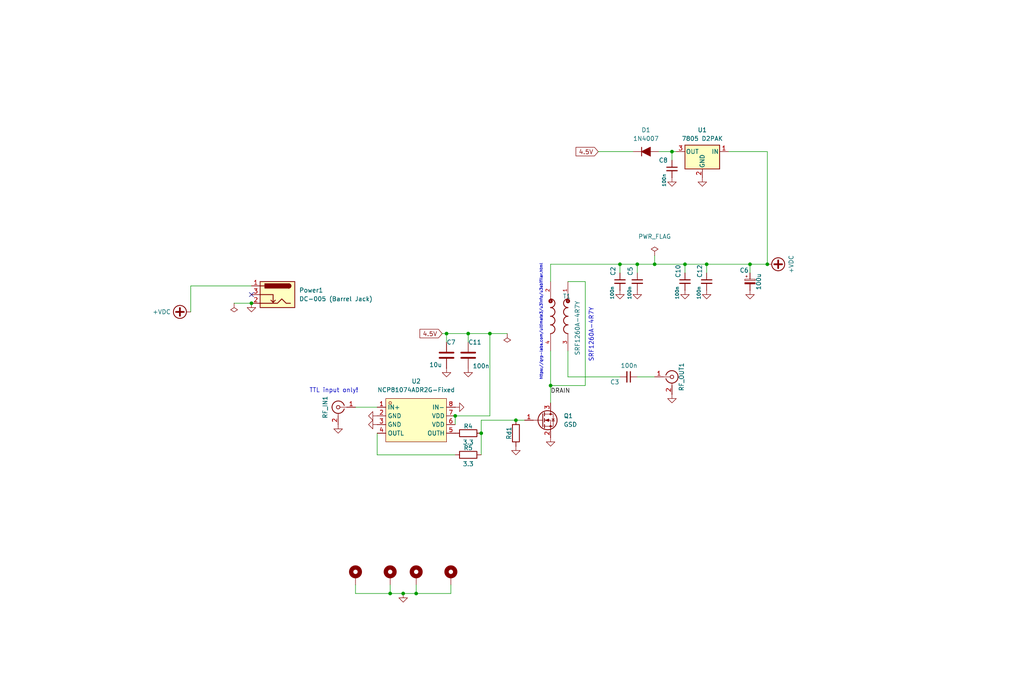
<source format=kicad_sch>
(kicad_sch (version 20250114) (generator "eeschema") (generator_version "9.0")
  (paper "User" 299.999 200)
  (title_block (title "GSD Single-Ended Hack Amp (SMD)") (date "2025-04-01") (rev "v3.01") (company "Author: Dhiru Kholia (VU3CER), Rafał Rozestwiński, Brad (K1TE)"))
  (lib_symbols
    (symbol "Conn_Coaxial_1" (pin_names (offset 1.016) (hide yes))
      (property "Reference" "J" (at 0.254 3.048 0))
      (property "Value" "Conn_Coaxial" (at 2.921 0 90))
      (symbol "Conn_Coaxial_1_0_1"
        (polyline (pts (xy -2.54 0) (xy -0.508 0)))
        (arc (start 1.778 0) (mid 0.222 -1.8079) (end -1.778 -0.508) (stroke (width 0.254)))
        (arc (start -1.778 0.508) (mid 0.2221 1.8084) (end 1.778 0) (stroke (width 0.254)))
        (circle (center 0 0) (radius 0.508) (stroke (width 0.2032)))
        (polyline (pts (xy 0 -2.54) (xy 0 -1.778)))
      )
      (symbol "Conn_Coaxial_1_1_1"
        (pin passive line (at -5.08 0 0) (length 2.54) (name "In") (number "1"))
        (pin passive line (at 0 -5.08 90) (length 2.54) (name "Ext") (number "2"))
      )
    )
    (symbol "Connector:Barrel_Jack_Switch" (pin_names (hide yes))
      (property "Reference" "J" (at 0 5.334 0))
      (property "Value" "Barrel_Jack_Switch" (at 0 -5.08 0))
      (symbol "Barrel_Jack_Switch_0_1"
        (rectangle (start -5.08 3.81) (end 5.08 -3.81) (stroke (width 0.254)) (fill (type background)))
        (polyline (pts (xy -3.81 -2.54) (xy -2.54 -2.54) (xy -1.27 -1.27) (xy 0 -2.54) (xy 2.54 -2.54) (xy 5.08 -2.54)) (stroke (width 0.254)))
        (arc (start -3.302 1.905) (mid -3.9343 2.54) (end -3.302 3.175) (stroke (width 0.254)))
        (arc (start -3.302 1.905) (mid -3.9343 2.54) (end -3.302 3.175) (stroke (width 0.254)) (fill (type outline)))
        (polyline (pts (xy 1.27 -2.286) (xy 1.905 -1.651)) (stroke (width 0.254)))
        (rectangle (start 3.683 3.175) (end -3.302 1.905) (stroke (width 0.254)) (fill (type outline)))
        (polyline (pts (xy 5.08 2.54) (xy 3.81 2.54)) (stroke (width 0.254)))
        (polyline (pts (xy 5.08 0) (xy 1.27 0) (xy 1.27 -2.286) (xy 0.635 -1.651)) (stroke (width 0.254)))
      )
      (symbol "Barrel_Jack_Switch_1_1"
        (pin passive line (at 7.62 2.54 180) (length 2.54) (name "~") (number "1"))
        (pin passive line (at 7.62 0 180) (length 2.54) (name "~") (number "3"))
        (pin passive line (at 7.62 -2.54 180) (length 2.54) (name "~") (number "2"))
      )
    )
    (symbol "Connector:Conn_Coaxial" (pin_names (offset 1.016) (hide yes))
      (property "Reference" "J" (at 0.254 3.048 0))
      (property "Value" "Conn_Coaxial" (at 2.921 0 90))
      (symbol "Conn_Coaxial_0_1"
        (polyline (pts (xy -2.54 0) (xy -0.508 0)))
        (arc (start 1.778 0) (mid 0.222 -1.8079) (end -1.778 -0.508) (stroke (width 0.254)))
        (arc (start -1.778 0.508) (mid 0.2221 1.8084) (end 1.778 0) (stroke (width 0.254)))
        (circle (center 0 0) (radius 0.508) (stroke (width 0.2032)))
        (polyline (pts (xy 0 -2.54) (xy 0 -1.778)))
      )
      (symbol "Conn_Coaxial_1_1"
        (pin passive line (at -5.08 0 0) (length 2.54) (name "In") (number "1"))
        (pin passive line (at 0 -5.08 90) (length 2.54) (name "Ext") (number "2"))
      )
    )
    (symbol "Device:C" (pin_numbers (hide yes)) (pin_names (offset 0.254))
      (property "Reference" "C" (at 0.635 2.54 0))
      (property "Value" "C" (at 0.635 -2.54 0))
      (symbol "C_0_1"
        (polyline (pts (xy -2.032 0.762) (xy 2.032 0.762)) (stroke (width 0.508)))
        (polyline (pts (xy -2.032 -0.762) (xy 2.032 -0.762)) (stroke (width 0.508)))
      )
      (symbol "C_1_1"
        (pin passive line (at 0 3.81 270) (length 2.794) (name "~") (number "1"))
        (pin passive line (at 0 -3.81 90) (length 2.794) (name "~") (number "2"))
      )
    )
    (symbol "Device:C_Polarized_Small" (pin_numbers (hide yes)) (pin_names (offset 0.254) (hide yes))
      (property "Reference" "C" (at 0.254 1.778 0))
      (property "Value" "C_Polarized_Small" (at 0.254 -2.032 0))
      (symbol "C_Polarized_Small_0_1"
        (rectangle (start -1.524 0.6858) (end 1.524 0.3048))
        (rectangle (start -1.524 -0.3048) (end 1.524 -0.6858) (fill (type outline)))
        (polyline (pts (xy -1.27 1.524) (xy -0.762 1.524)))
        (polyline (pts (xy -1.016 1.27) (xy -1.016 1.778)))
      )
      (symbol "C_Polarized_Small_1_1"
        (pin passive line (at 0 2.54 270) (length 1.8542) (name "~") (number "1"))
        (pin passive line (at 0 -2.54 90) (length 1.8542) (name "~") (number "2"))
      )
    )
    (symbol "Device:C_Small" (pin_numbers (hide yes)) (pin_names (offset 0.254) (hide yes))
      (property "Reference" "C" (at 0.254 1.778 0))
      (property "Value" "C_Small" (at 0.254 -2.032 0))
      (symbol "C_Small_0_1"
        (polyline (pts (xy -1.524 0.508) (xy 1.524 0.508)) (stroke (width 0.3048)))
        (polyline (pts (xy -1.524 -0.508) (xy 1.524 -0.508)) (stroke (width 0.3302)))
      )
      (symbol "C_Small_1_1"
        (pin passive line (at 0 2.54 270) (length 2.032) (name "~") (number "1"))
        (pin passive line (at 0 -2.54 90) (length 2.032) (name "~") (number "2"))
      )
    )
    (symbol "Device:R" (pin_numbers (hide yes)) (pin_names (offset 0))
      (property "Reference" "R" (at 2.032 0 90))
      (property "Value" "R" (at 0 0 90))
      (symbol "R_0_1"
        (rectangle (start -1.016 -2.54) (end 1.016 2.54) (stroke (width 0.254)))
      )
      (symbol "R_1_1"
        (pin passive line (at 0 3.81 270) (length 1.27) (name "~") (number "1"))
        (pin passive line (at 0 -3.81 90) (length 1.27) (name "~") (number "2"))
      )
    )
    (symbol "Mechanical:MountingHole_Pad" (pin_numbers (hide yes)) (pin_names (offset 1.016) (hide yes))
      (property "Reference" "H" (at 0 6.35 0))
      (property "Value" "MountingHole_Pad" (at 0 4.445 0))
      (symbol "MountingHole_Pad_0_1"
        (circle (center 0 1.27) (radius 1.27) (stroke (width 1.27)))
      )
      (symbol "MountingHole_Pad_1_1"
        (pin input line (at 0 -2.54 90) (length 2.54) (name "1") (number "1"))
      )
    )
    (symbol "PCM_Diode_AKL:1N4007" (pin_numbers (hide yes)) (pin_names (offset 1.016) (hide yes))
      (property "Reference" "D" (at 0 5.08 0))
      (property "Value" "1N4007" (at 0 2.54 0))
      (symbol "1N4007_0_1"
        (polyline (pts (xy -1.27 1.27) (xy -1.27 -1.27) (xy 1.27 0) (xy -1.27 1.27)) (stroke (width 0.254)) (fill (type outline)))
        (polyline (pts (xy -1.27 0) (xy 1.27 0)))
        (polyline (pts (xy 1.27 1.27) (xy 1.27 -1.27)) (stroke (width 0.254)))
      )
      (symbol "1N4007_0_2"
        (polyline (pts (xy -2.54 -2.54) (xy 2.54 2.54)))
        (polyline (pts (xy -0.889 -0.889) (xy -1.778 0) (xy 0.889 0.889) (xy 0 -1.778) (xy -0.889 -0.889)) (stroke (width 0.254)) (fill (type outline)))
        (polyline (pts (xy 0 1.778) (xy 1.778 0)) (stroke (width 0.254)))
      )
      (symbol "1N4007_1_1"
        (pin passive line (at -3.81 0 0) (length 2.54) (name "A") (number "2"))
        (pin passive line (at 3.81 0 180) (length 2.54) (name "K") (number "1"))
      )
      (symbol "1N4007_1_2"
        (pin passive line (at -2.54 -2.54 0) (length 0) (name "A") (number "2"))
        (pin passive line (at 2.54 2.54 180) (length 0) (name "K") (number "1"))
      )
    )
    (symbol "Regulator_Linear:L7812" (pin_names (offset 0.254))
      (property "Reference" "U" (at -3.81 3.175 0))
      (property "Value" "L7812" (at 0 3.175 0))
      (symbol "L7812_0_1"
        (rectangle (start -5.08 1.905) (end 5.08 -5.08) (stroke (width 0.254)) (fill (type background)))
      )
      (symbol "L7812_1_1"
        (pin power_in line (at -7.62 0 0) (length 2.54) (name "IN") (number "1"))
        (pin power_in line (at 0 -7.62 90) (length 2.54) (name "GND") (number "2"))
        (pin power_out line (at 7.62 0 180) (length 2.54) (name "OUT") (number "3"))
      )
    )
    (symbol "SRF1260A-4R7Y:SRF1260A-4R7Y" (pin_names (offset 1.016))
      (property "Reference" "L" (at -7.631 5.0873 0))
      (property "Value" "SRF1260A-4R7Y" (at -7.6349 -7.6349 0))
      (symbol "SRF1260A-4R7Y_0_0"
        (circle (center -4.445 2.54) (radius 0.127) (stroke (width 0.508)))
        (circle (center -4.445 -2.54) (radius 0.127) (stroke (width 0.508)))
        (arc (start -2.54 2.54) (mid -3.81 1.2755) (end -5.08 2.54) (stroke (width 0.254)))
        (arc (start -5.08 -2.54) (mid -3.81 -1.2755) (end -2.54 -2.54) (stroke (width 0.254)))
        (arc (start 0 2.54) (mid -1.27 1.2755) (end -2.54 2.54) (stroke (width 0.254)))
        (arc (start -2.54 -2.54) (mid -1.27 -1.2755) (end 0 -2.54) (stroke (width 0.254)))
        (arc (start 2.54 2.54) (mid 1.27 1.2755) (end 0 2.54) (stroke (width 0.254)))
        (arc (start 0 -2.54) (mid 1.27 -1.2755) (end 2.54 -2.54) (stroke (width 0.254)))
        (arc (start 5.08 2.54) (mid 3.81 1.2755) (end 2.54 2.54) (stroke (width 0.254)))
        (arc (start 2.54 -2.54) (mid 3.81 -1.2755) (end 5.08 -2.54) (stroke (width 0.254)))
        (pin passive line (at -10.16 2.54 0) (length 5.08) (name "~") (number "1"))
        (pin passive line (at -10.16 -2.54 0) (length 5.08) (name "~") (number "2"))
        (pin passive line (at 10.16 2.54 180) (length 5.08) (name "~") (number "3"))
        (pin passive line (at 10.16 -2.54 180) (length 5.08) (name "~") (number "4"))
      )
    )
    (symbol "Transistor_FET:Q_NMOS_GSD" (pin_names (offset 0) (hide yes))
      (property "Reference" "Q" (at 5.08 1.905 0))
      (property "Value" "Q_NMOS_GSD" (at 5.08 0 0))
      (symbol "Q_NMOS_GSD_0_1"
        (polyline (pts (xy 0.254 1.905) (xy 0.254 -1.905)) (stroke (width 0.254)))
        (polyline (pts (xy 0.254 0) (xy -2.54 0)))
        (polyline (pts (xy 0.762 2.286) (xy 0.762 1.27)) (stroke (width 0.254)))
        (polyline (pts (xy 0.762 0.508) (xy 0.762 -0.508)) (stroke (width 0.254)))
        (polyline (pts (xy 0.762 -1.27) (xy 0.762 -2.286)) (stroke (width 0.254)))
        (polyline (pts (xy 0.762 -1.778) (xy 3.302 -1.778) (xy 3.302 1.778) (xy 0.762 1.778)))
        (polyline (pts (xy 1.016 0) (xy 2.032 0.381) (xy 2.032 -0.381) (xy 1.016 0)) (fill (type outline)))
        (circle (center 1.651 0) (radius 2.794) (stroke (width 0.254)))
        (polyline (pts (xy 2.54 2.54) (xy 2.54 1.778)))
        (circle (center 2.54 1.778) (radius 0.254) (fill (type outline)))
        (circle (center 2.54 -1.778) (radius 0.254) (fill (type outline)))
        (polyline (pts (xy 2.54 -2.54) (xy 2.54 0) (xy 0.762 0)))
        (polyline (pts (xy 2.921 0.381) (xy 3.683 0.381)))
        (polyline (pts (xy 3.302 0.381) (xy 2.921 -0.254) (xy 3.683 -0.254) (xy 3.302 0.381)))
      )
      (symbol "Q_NMOS_GSD_1_1"
        (pin input line (at -5.08 0 0) (length 2.54) (name "G") (number "1"))
        (pin passive line (at 2.54 5.08 270) (length 2.54) (name "D") (number "3"))
        (pin passive line (at 2.54 -5.08 90) (length 2.54) (name "S") (number "2"))
      )
    )
    (symbol "easyeda2kicad:NCP81074ADR2G-Fixed"
      (property "Reference" "U2" (at 0 11.43 0))
      (property "Value" "NCP81074ADR2G-Fixed" (at 0 -15.748 0))
      (symbol "NCP81074ADR2G-Fixed_0_1"
        (rectangle (start -8.89 6.35) (end 8.89 -6.35) (fill (type background)))
        (circle (center -7.62 5.08) (radius 0.38))
      )
      (symbol "NCP81074ADR2G-Fixed_1_1"
        (pin input line (at -11.43 3.81 0) (length 2.54) (name "IN+") (number "1"))
        (pin power_in line (at -11.43 1.27 0) (length 2.54) (name "GND") (number "2"))
        (pin power_in line (at -11.43 -1.27 0) (length 2.54) (name "GND") (number "3"))
        (pin output line (at -11.43 -3.81 0) (length 2.54) (name "OUTL") (number "4"))
        (pin passive line (at 11.43 3.81 180) (length 2.54) (name "IN-") (number "8"))
        (pin power_in line (at 11.43 1.27 180) (length 2.54) (name "VDD") (number "7"))
        (pin power_in line (at 11.43 -1.27 180) (length 2.54) (name "VDD") (number "6"))
        (pin output line (at 11.43 -3.81 180) (length 2.54) (name "OUTH") (number "5"))
      )
    )
    (symbol "power:+VDC" (power) (pin_numbers (hide yes)) (pin_names (offset 0) (hide yes))
      (property "Value" "+VDC" (at 0 6.35 0))
      (symbol "+VDC_0_1"
        (polyline (pts (xy -1.143 3.175) (xy 1.143 3.175)) (stroke (width 0.508)))
        (circle (center 0 3.175) (radius 1.905) (stroke (width 0.254)))
        (polyline (pts (xy 0 2.032) (xy 0 4.318)) (stroke (width 0.508)))
        (polyline (pts (xy 0 0) (xy 0 1.27)))
      )
      (symbol "+VDC_1_1"
        (pin power_in line (at 0 0 90) (length 0) (name "~") (number "1"))
      )
    )
    (symbol "power:GND" (power) (pin_numbers (hide yes)) (pin_names (offset 0) (hide yes))
      (property "Value" "GND" (at 0 -3.81 0))
      (symbol "GND_0_1"
        (polyline (pts (xy 0 0) (xy 0 -1.27) (xy 1.27 -1.27) (xy 0 -2.54) (xy -1.27 -1.27) (xy 0 -1.27)))
      )
      (symbol "GND_1_1"
        (pin power_in line (at 0 0 270) (length 0) (name "~") (number "1"))
      )
    )
    (symbol "power:PWR_FLAG" (power) (pin_numbers (hide yes)) (pin_names (offset 0) (hide yes))
      (property "Value" "PWR_FLAG" (at 0 3.81 0))
      (symbol "PWR_FLAG_0_0"
        (pin power_out line (at 0 0 90) (length 0) (name "~") (number "1"))
      )
      (symbol "PWR_FLAG_0_1"
        (polyline (pts (xy 0 0) (xy 0 1.27) (xy -1.016 1.905) (xy 0 2.54) (xy 1.016 1.905) (xy 0 1.27)))
      )
    )
  )
  (text "https://qrp-labs.com/ultimate3/u3info/u3sbifilar.html" (at 159.004 111.506 90) (effects (font (size 0.8 0.8)) (justify left bottom)))
  (text "SRF1260A-4R7Y" (at 173.99 106.172 90) (effects (font (size 1.27 1.27)) (justify left bottom)))
  (text "TTL input only!" (at 97.79 114.554 0) (effects (font (size 1.27 1.27))))
  (junction (at 137.16 97.79))
  (junction (at 200.66 77.47))
  (junction (at 73.66 88.9))
  (junction (at 143.51 97.79))
  (junction (at 133.35 121.92))
  (junction (at 186.69 77.47))
  (junction (at 114.3 173.99))
  (junction (at 121.92 173.99))
  (junction (at 181.61 77.47))
  (junction (at 161.29 113.03))
  (junction (at 219.71 77.47))
  (junction (at 118.11 173.99))
  (junction (at 191.77 77.47))
  (junction (at 207.01 77.47))
  (junction (at 196.85 44.45))
  (junction (at 140.97 127))
  (junction (at 130.81 97.79))
  (junction (at 151.13 123.19))
  (junction (at 224.79 77.47))
  (no_connect (at 73.66 86.36))
  (wire (pts (xy 186.69 77.47) (xy 191.77 77.47)))
  (wire (pts (xy 175.26 44.45) (xy 185.42 44.45)))
  (wire (pts (xy 132.08 173.99) (xy 132.08 171.45)))
  (wire (pts (xy 130.81 97.79) (xy 137.16 97.79)))
  (wire (pts (xy 137.16 97.79) (xy 137.16 100.33)))
  (wire (pts (xy 166.37 102.87) (xy 166.37 110.49)))
  (wire (pts (xy 181.61 77.47) (xy 186.69 77.47)))
  (wire (pts (xy 55.88 83.82) (xy 55.88 91.44)))
  (wire (pts (xy 140.97 127) (xy 140.97 123.19)))
  (wire (pts (xy 224.79 44.45) (xy 224.79 77.47)))
  (wire (pts (xy 130.81 97.79) (xy 130.81 100.33)))
  (wire (pts (xy 55.88 83.82) (xy 73.66 83.82)))
  (wire (pts (xy 186.69 110.49) (xy 191.77 110.49)))
  (wire (pts (xy 200.66 77.47) (xy 200.66 80.01)))
  (wire (pts (xy 110.49 127) (xy 110.49 133.35)))
  (wire (pts (xy 129.54 97.79) (xy 130.81 97.79)))
  (wire (pts (xy 104.14 119.38) (xy 110.49 119.38)))
  (wire (pts (xy 140.97 127) (xy 140.97 133.35)))
  (wire (pts (xy 104.14 173.99) (xy 114.3 173.99)))
  (wire (pts (xy 193.04 44.45) (xy 196.85 44.45)))
  (wire (pts (xy 219.71 77.47) (xy 219.71 80.01)))
  (wire (pts (xy 191.77 77.47) (xy 200.66 77.47)))
  (wire (pts (xy 186.69 77.47) (xy 186.69 80.01)))
  (wire (pts (xy 166.37 110.49) (xy 181.61 110.49)))
  (wire (pts (xy 114.3 171.45) (xy 114.3 173.99)))
  (wire (pts (xy 207.01 77.47) (xy 219.71 77.47)))
  (wire (pts (xy 166.37 82.55) (xy 171.45 82.55)))
  (wire (pts (xy 196.85 44.45) (xy 198.12 44.45)))
  (wire (pts (xy 161.29 102.87) (xy 161.29 113.03)))
  (wire (pts (xy 104.14 171.45) (xy 104.14 173.99)))
  (wire (pts (xy 143.51 97.79) (xy 143.51 121.92)))
  (wire (pts (xy 140.97 123.19) (xy 151.13 123.19)))
  (wire (pts (xy 161.29 113.03) (xy 171.45 113.03)))
  (wire (pts (xy 143.51 121.92) (xy 133.35 121.92)))
  (wire (pts (xy 207.01 77.47) (xy 207.01 80.01)))
  (wire (pts (xy 161.29 113.03) (xy 161.29 118.11)))
  (wire (pts (xy 68.58 88.9) (xy 73.66 88.9)))
  (wire (pts (xy 196.85 44.45) (xy 196.85 46.99)))
  (wire (pts (xy 110.49 133.35) (xy 133.35 133.35)))
  (wire (pts (xy 118.11 173.99) (xy 121.92 173.99)))
  (wire (pts (xy 121.92 173.99) (xy 132.08 173.99)))
  (wire (pts (xy 191.77 74.93) (xy 191.77 77.47)))
  (wire (pts (xy 161.29 77.47) (xy 181.61 77.47)))
  (wire (pts (xy 143.51 97.79) (xy 148.59 97.79)))
  (wire (pts (xy 181.61 77.47) (xy 181.61 80.01)))
  (wire (pts (xy 219.71 77.47) (xy 224.79 77.47)))
  (wire (pts (xy 151.13 123.19) (xy 153.67 123.19)))
  (wire (pts (xy 114.3 173.99) (xy 118.11 173.99)))
  (wire (pts (xy 133.35 121.92) (xy 133.35 124.46)))
  (wire (pts (xy 200.66 77.47) (xy 207.01 77.47)))
  (wire (pts (xy 161.29 82.55) (xy 161.29 77.47)))
  (wire (pts (xy 171.45 82.55) (xy 171.45 113.03)))
  (wire (pts (xy 213.36 44.45) (xy 224.79 44.45)))
  (wire (pts (xy 137.16 97.79) (xy 143.51 97.79)))
  (wire (pts (xy 121.92 171.45) (xy 121.92 173.99)))
  (label "DRAIN" (at 161.29 115.57 0))
  (global_label "4.5V" (shape input) (at 129.54 97.79 180) (property "Intersheetrefs" "${INTERSHEET_REFS}" (effects (hide yes))))
  (global_label "4.5V" (shape input) (at 175.26 44.45 180) (property "Intersheetrefs" "${INTERSHEET_REFS}" (effects (hide yes))))
  (symbol (lib_id "power:+VDC") (at 55.88 91.44 90) (unit 1)
    (property "Reference" "#PWR0110" (effects (hide yes)))
    (property "Value" "+VDC" (at 50.0634 91.44 90) (effects (justify left)))
    (property "Description" "Power symbol creates a global label with name \"+VDC\"" (effects (hide yes)))
  )
  (symbol (lib_id "power:GND") (at 186.69 85.09 0) (unit 1)
    (property "Reference" "#PWR012" (effects (hide yes)))
    (property "Value" "GND" (effects (hide yes)))
  )
  (symbol (lib_id "Device:R") (at 137.16 127 90) (unit 1)
    (property "Reference" "R4" (at 137.16 124.968 90))
    (property "Value" "3.3" (at 137.16 129.667 90))
    (property "Footprint" "Resistor_SMD:R_1206_3216Metric_Pad1.30x1.75mm_HandSolder" (effects (hide yes)))
    (property "LCSC Part" "C17900" (effects (hide yes)))
  )
  (symbol (lib_id "power:GND") (at 99.06 124.46 0) (unit 1)
    (property "Reference" "#PWR021" (effects (hide yes)))
    (property "Value" "GND" (effects (hide yes)))
    (property "Description" "Power symbol creates a global label with name \"GND\" , ground" (effects (hide yes)))
  )
  (symbol (lib_id "power:PWR_FLAG") (at 148.59 97.79 180) (unit 1)
    (property "Reference" "#FLG04" (effects (hide yes)))
    (property "Value" "PWR_FLAG" (effects (hide yes)))
    (property "Description" "Special symbol for telling ERC where power comes from" (effects (hide yes)))
  )
  (symbol (lib_id "power:GND") (at 181.61 85.09 0) (unit 1)
    (property "Reference" "#PWR05" (effects (hide yes)))
    (property "Value" "GND" (effects (hide yes)))
  )
  (symbol (lib_id "power:+VDC") (at 224.79 77.47 270) (unit 1)
    (property "Reference" "#PWR018" (effects (hide yes)))
    (property "Value" "+VDC" (at 231.775 77.47 0))
    (property "Description" "Power symbol creates a global label with name \"+VDC\"" (effects (hide yes)))
  )
  (symbol (lib_id "Device:C_Small") (at 181.61 82.55 0) (unit 1)
    (property "Reference" "C2" (at 179.578 79.502 90))
    (property "Value" "100n" (at 179.324 85.852 90) (effects (font (size 0.9906 0.9906))))
    (property "Footprint" "Capacitor_SMD:C_1206_3216Metric_Pad1.33x1.80mm_HandSolder" (effects (hide yes)))
    (property "LCSC Part" "C24783" (effects (hide yes)))
  )
  (symbol (lib_id "power:GND") (at 207.01 85.09 0) (unit 1)
    (property "Reference" "#PWR017" (effects (hide yes)))
    (property "Value" "GND" (effects (hide yes)))
  )
  (symbol (lib_id "power:GND") (at 196.85 52.07 0) (unit 1)
    (property "Reference" "#PWR07" (effects (hide yes)))
    (property "Value" "GND" (effects (hide yes)))
    (property "Description" "Power symbol creates a global label with name \"GND\" , ground" (effects (hide yes)))
  )
  (symbol (lib_id "Regulator_Linear:L7812") (at 205.74 44.45 0) (mirror y) (unit 1)
    (property "Reference" "U1" (at 205.74 38.1 0))
    (property "Value" "7805 D2PAK" (at 205.74 40.64 0))
    (property "Footprint" "footprints:TO-263-2-bigger" (effects (hide yes)))
    (property "Datasheet" "http://www.st.com/content/ccc/resource/technical/document/datasheet/41/4f/b3/b0/12/d4/47/88/CD00000444.pdf/files/CD00000444.pdf/jcr:content/translations/en.CD00000444.pdf" (effects (hide yes)))
    (property "Description" "Positive 1.5A 35V Linear Regulator, Fixed Output 12V, TO-220/TO-263/TO-252" (effects (hide yes)))
    (property "LCSC Part" "C54614" (effects (hide yes)))
  )
  (symbol (lib_id "power:GND") (at 151.13 130.81 0) (unit 1)
    (property "Reference" "#PWR023" (effects (hide yes)))
    (property "Value" "GND" (effects (hide yes)))
    (property "Description" "Power symbol creates a global label with name \"GND\" , ground" (effects (hide yes)))
  )
  (symbol (lib_id "power:GND") (at 196.85 115.57 0) (mirror y) (unit 1)
    (property "Reference" "#PWR04" (effects (hide yes)))
    (property "Value" "GND" (effects (hide yes)))
    (property "Description" "Power symbol creates a global label with name \"GND\" , ground" (effects (hide yes)))
  )
  (symbol (lib_id "power:GND") (at 73.66 88.9 0) (unit 1)
    (property "Reference" "#PWR019" (effects (hide yes)))
    (property "Value" "GND" (effects (hide yes)))
    (property "Description" "Power symbol creates a global label with name \"GND\" , ground" (effects (hide yes)))
  )
  (symbol (lib_name "Conn_Coaxial_1") (lib_id "Connector:Conn_Coaxial") (at 196.85 110.49 0) (unit 1)
    (property "Reference" "RF_OUT1" (at 199.644 110.49 90))
    (property "Value" "SMA" (effects (hide yes)))
    (property "Footprint" "Connector_Coaxial:SMA_Samtec_SMA-J-P-H-ST-EM1_EdgeMount" (effects (hide yes)))
    (property "Description" "coaxial connector (BNC, SMA, SMB, SMC, Cinch/RCA, LEMO, ...)" (effects (hide yes)))
  )
  (symbol (lib_id "Device:C") (at 137.16 104.14 0) (unit 1)
    (property "Reference" "C11" (at 137.16 100.33 0) (effects (justify left)))
    (property "Value" "100n" (at 138.43 107.315 0) (effects (justify left)))
    (property "Footprint" "Capacitor_SMD:C_1206_3216Metric_Pad1.33x1.80mm_HandSolder" (effects (hide yes)))
    (property "LCSC Part" "C13585" (effects (hide yes)))
  )
  (symbol (lib_id "power:GND") (at 110.49 121.92 270) (unit 1)
    (property "Reference" "#PWR08" (effects (hide yes)))
    (property "Value" "GND" (effects (hide yes)))
    (property "Description" "Power symbol creates a global label with name \"GND\" , ground" (effects (hide yes)))
  )
  (symbol (lib_id "power:GND") (at 133.35 119.38 90) (unit 1)
    (property "Reference" "#PWR010" (effects (hide yes)))
    (property "Value" "GND" (effects (hide yes)))
    (property "Description" "Power symbol creates a global label with name \"GND\" , ground" (effects (hide yes)))
  )
  (symbol (lib_id "Connector:Conn_Coaxial") (at 99.06 119.38 0) (mirror y) (unit 1)
    (property "Reference" "RF_IN1" (at 95.25 119.38 90))
    (property "Value" "SMA" (effects (hide yes)))
    (property "Footprint" "Connector_Coaxial:SMA_Samtec_SMA-J-P-H-ST-EM1_EdgeMount" (effects (hide yes)))
    (property "Description" "coaxial connector (BNC, SMA, SMB, SMC, Cinch/RCA, LEMO, ...)" (effects (hide yes)))
  )
  (symbol (lib_id "power:GND") (at 130.81 107.95 0) (unit 1)
    (property "Reference" "#PWR020" (effects (hide yes)))
    (property "Value" "GND" (effects (hide yes)))
    (property "Description" "Power symbol creates a global label with name \"GND\" , ground" (effects (hide yes)))
  )
  (symbol (lib_id "Device:R") (at 151.13 127 180) (unit 1)
    (property "Reference" "Rd1" (at 149.098 127 90))
    (property "Value" "3.3" (effects (hide yes)))
    (property "Footprint" "Resistor_SMD:R_1206_3216Metric_Pad1.30x1.75mm_HandSolder" (effects (hide yes)))
    (property "LCSC Part" "C17900" (effects (hide yes)))
  )
  (symbol (lib_id "Transistor_FET:Q_NMOS_GSD") (at 158.75 123.19 0) (unit 1)
    (property "Reference" "Q1" (at 165.1 121.9199 0) (effects (justify left)))
    (property "Value" "GSD" (at 165.1 124.4599 0) (effects (justify left)))
    (property "Footprint" "footprints:TO-220-3_Horizontal_TabDown" (effects (hide yes)))
    (property "Description" "N-MOSFET transistor, gate/source/drain" (effects (hide yes)))
  )
  (symbol (lib_id "Mechanical:MountingHole_Pad") (at 121.92 168.91 0) (unit 1)
    (property "Reference" "H3" (effects (hide yes)))
    (property "Value" "MountingHole_Pad" (effects (hide yes)))
    (property "Footprint" "MountingHole:MountingHole_3.2mm_M3_Pad_Via" (effects (hide yes)))
  )
  (symbol (lib_id "Device:C_Polarized_Small") (at 219.71 82.55 0) (unit 1)
    (property "Reference" "C6" (at 216.662 79.248 0) (effects (justify left)))
    (property "Value" "100u" (at 222.25 85.09 90) (effects (justify left)))
    (property "Footprint" "Capacitor_THT:CP_Radial_D8.0mm_P5.00mm" (effects (hide yes)))
  )
  (symbol (lib_id "Mechanical:MountingHole_Pad") (at 114.3 168.91 0) (unit 1)
    (property "Reference" "H2" (effects (hide yes)))
    (property "Value" "MountingHole_Pad" (effects (hide yes)))
    (property "Footprint" "MountingHole:MountingHole_3.2mm_M3_Pad_Via" (effects (hide yes)))
  )
  (symbol (lib_id "power:PWR_FLAG") (at 191.77 74.93 0) (unit 1)
    (property "Reference" "#FLG01" (effects (hide yes)))
    (property "Value" "PWR_FLAG" (at 191.77 69.342 0))
  )
  (symbol (lib_id "Device:C_Small") (at 184.15 110.49 270) (unit 1)
    (property "Reference" "C3" (at 180.086 112.014 90))
    (property "Value" "100n" (at 184.277 107.188 90))
    (property "Footprint" "Capacitor_SMD:C_1206_3216Metric_Pad1.33x1.80mm_HandSolder" (effects (hide yes)))
    (property "LCSC Part" "C110255" (effects (hide yes)))
  )
  (symbol (lib_id "power:GND") (at 137.16 107.95 0) (unit 1)
    (property "Reference" "#PWR022" (effects (hide yes)))
    (property "Value" "GND" (effects (hide yes)))
    (property "Description" "Power symbol creates a global label with name \"GND\" , ground" (effects (hide yes)))
  )
  (symbol (lib_id "power:GND") (at 200.66 85.09 0) (unit 1)
    (property "Reference" "#PWR014" (effects (hide yes)))
    (property "Value" "GND" (effects (hide yes)))
  )
  (symbol (lib_id "SRF1260A-4R7Y:SRF1260A-4R7Y") (at 163.83 92.71 270) (unit 1)
    (property "Reference" "T1" (at 164.846 86.868 90) (effects (justify left)))
    (property "Value" "SRF1260A-4R7Y" (at 169.164 88.138 0) (effects (justify left)))
    (property "Footprint" "footprints:IND_SRF1260A-4R7Y-Longer-Pads" (effects (hide yes)))
    (property "MF" "Bourns" (effects (hide yes)))
    (property "MOUSER-PURCHASE-URL" "https://snapeda.com/shop?store=Mouser&id=1533338" (effects (hide yes)))
    (property "DESCRIPTION" "Shielded 2 Coil Inductor Array 27.2µH Inductance - Connected in Series 6.8µH Inductance - Connected in Parallel 18.6mOhm Max DC Resistance (DCR) - Parallel 6.64A Nonstandard" (effects (hide yes)))
    (property "PACKAGE" "Nonstandard Bourns" (effects (hide yes)))
    (property "PRICE" "None" (effects (hide yes)))
    (property "MP" "SRF1260A-6R8Y" (effects (hide yes)))
    (property "AVAILABILITY" "Warning" (effects (hide yes)))
    (property "LCSC Part" "C3273481" (effects (hide yes)))
  )
  (symbol (lib_id "power:GND") (at 118.11 173.99 0) (unit 1)
    (property "Reference" "#PWR01" (effects (hide yes)))
    (property "Value" "GND" (effects (hide yes)))
    (property "Description" "Power symbol creates a global label with name \"GND\" , ground" (effects (hide yes)))
  )
  (symbol (lib_id "Device:R") (at 137.16 133.35 90) (unit 1)
    (property "Reference" "R5" (at 137.16 131.318 90))
    (property "Value" "3.3" (at 137.16 136.017 90))
    (property "Footprint" "Resistor_SMD:R_1206_3216Metric_Pad1.30x1.75mm_HandSolder" (effects (hide yes)))
    (property "LCSC Part" "C17900" (effects (hide yes)))
  )
  (symbol (lib_id "power:PWR_FLAG") (at 68.58 88.9 180) (unit 1)
    (property "Reference" "#FLG03" (effects (hide yes)))
    (property "Value" "PWR_FLAG" (effects (hide yes)))
    (property "Description" "Special symbol for telling ERC where power comes from" (effects (hide yes)))
  )
  (symbol (lib_id "power:GND") (at 161.29 128.27 0) (unit 1)
    (property "Reference" "#PWR015" (effects (hide yes)))
    (property "Value" "GND" (effects (hide yes)))
    (property "Description" "Power symbol creates a global label with name \"GND\" , ground" (effects (hide yes)))
  )
  (symbol (lib_id "power:GND") (at 219.71 85.09 0) (unit 1)
    (property "Reference" "#PWR013" (effects (hide yes)))
    (property "Value" "GND" (effects (hide yes)))
  )
  (symbol (lib_id "easyeda2kicad:NCP81074ADR2G-Fixed") (at 121.92 123.19 0) (unit 1)
    (property "Reference" "U2" (at 121.92 111.76 0))
    (property "Value" "NCP81074ADR2G-Fixed" (at 121.92 114.3 0))
    (property "Footprint" "Package_SO:SOIC-8_3.9x4.9mm_P1.27mm" (effects (hide yes)))
    (property "LCSC Part" "C603800" (effects (hide yes)))
  )
  (symbol (lib_id "Device:C") (at 130.81 104.14 0) (unit 1)
    (property "Reference" "C7" (at 130.81 100.33 0) (effects (justify left)))
    (property "Value" "10u" (at 125.73 106.934 0) (effects (justify left)))
    (property "Footprint" "Capacitor_SMD:C_1206_3216Metric_Pad1.33x1.80mm_HandSolder" (effects (hide yes)))
    (property "LCSC Part" "C110255" (effects (hide yes)))
  )
  (symbol (lib_id "Mechanical:MountingHole_Pad") (at 132.08 168.91 0) (mirror y) (unit 1)
    (property "Reference" "H4" (effects (hide yes)))
    (property "Value" "MountingHole_Pad" (effects (hide yes)))
    (property "Footprint" "MountingHole:MountingHole_3.2mm_M3_Pad_Via" (effects (hide yes)))
  )
  (symbol (lib_id "Connector:Barrel_Jack_Switch") (at 81.28 86.36 0) (mirror y) (unit 1)
    (property "Reference" "Power1" (at 87.63 85.0899 0) (effects (justify right)))
    (property "Value" "DC-005 (Barrel Jack)" (at 87.63 87.6299 0) (effects (justify right)))
    (property "Footprint" "footprints:XKB_DC-005-5A-2.0_Modded" (effects (hide yes)))
  )
  (symbol (lib_id "power:GND") (at 205.74 52.07 0) (unit 1)
    (property "Reference" "#PWR06" (effects (hide yes)))
    (property "Value" "GND" (effects (hide yes)))
    (property "Description" "Power symbol creates a global label with name \"GND\" , ground" (effects (hide yes)))
  )
  (symbol (lib_id "Device:C_Small") (at 196.85 49.53 0) (unit 1)
    (property "Reference" "C8" (at 194.31 46.99 0))
    (property "Value" "100n" (at 194.564 52.832 90) (effects (font (size 0.9906 0.9906))))
    (property "Footprint" "Capacitor_SMD:C_1206_3216Metric_Pad1.33x1.80mm_HandSolder" (effects (hide yes)))
    (property "LCSC Part" "C110255" (effects (hide yes)))
  )
  (symbol (lib_id "Device:C_Small") (at 186.69 82.55 0) (unit 1)
    (property "Reference" "C5" (at 184.658 79.502 90))
    (property "Value" "100n" (at 184.404 85.852 90) (effects (font (size 0.9906 0.9906))))
    (property "Footprint" "Capacitor_SMD:C_1206_3216Metric_Pad1.33x1.80mm_HandSolder" (effects (hide yes)))
    (property "LCSC Part" "C55077" (effects (hide yes)))
  )
  (symbol (lib_id "Device:C_Small") (at 207.01 82.55 0) (unit 1)
    (property "Reference" "C12" (at 204.978 79.502 90))
    (property "Value" "100n" (at 204.724 85.852 90) (effects (font (size 0.9906 0.9906))))
    (property "Footprint" "Capacitor_SMD:C_1206_3216Metric_Pad1.33x1.80mm_HandSolder" (effects (hide yes)))
    (property "LCSC Part" "C55077" (effects (hide yes)))
  )
  (symbol (lib_id "Mechanical:MountingHole_Pad") (at 104.14 168.91 0) (unit 1)
    (property "Reference" "H1" (effects (hide yes)))
    (property "Value" "MountingHole_Pad" (effects (hide yes)))
    (property "Footprint" "MountingHole:MountingHole_3.2mm_M3_Pad_Via" (effects (hide yes)))
  )
  (symbol (lib_id "Device:C_Small") (at 200.66 82.55 0) (unit 1)
    (property "Reference" "C10" (at 198.628 79.502 90))
    (property "Value" "100n" (at 198.374 85.852 90) (effects (font (size 0.9906 0.9906))))
    (property "Footprint" "Capacitor_SMD:C_1206_3216Metric_Pad1.33x1.80mm_HandSolder" (effects (hide yes)))
    (property "LCSC Part" "C24783" (effects (hide yes)))
  )
  (symbol (lib_id "PCM_Diode_AKL:1N4007") (at 189.23 44.45 180) (unit 1)
    (property "Reference" "D1" (at 189.23 38.1 0))
    (property "Value" "1N4007" (at 189.23 40.64 0))
    (property "Footprint" "PCM_Diode_THT_AKL:D_DO-41_SOD81_P2.54mm_Vertical_KathodeUp" (effects (hide yes)))
    (property "Datasheet" "https://www.tme.eu/Document/5f8ffc5ac30fc86bac97d66040bf5502/1n400x.pdf" (effects (hide yes)))
    (property "Description" "DO-41 Diode, Rectifier, 1000V, 1A, Alternate KiCad Library" (effects (hide yes)))
  )
  (symbol (lib_id "power:GND") (at 110.49 124.46 270) (unit 1)
    (property "Reference" "#PWR09" (effects (hide yes)))
    (property "Value" "GND" (effects (hide yes)))
    (property "Description" "Power symbol creates a global label with name \"GND\" , ground" (effects (hide yes)))
  )
)
</source>
